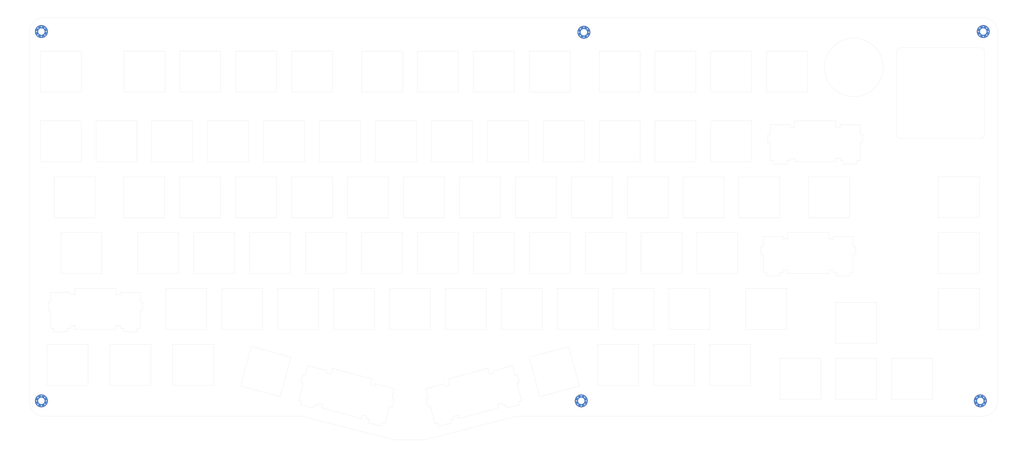
<source format=kicad_pcb>
(kicad_pcb (version 20171130) (host pcbnew "(5.1.10)-1")

  (general
    (thickness 1.6)
    (drawings 513)
    (tracks 0)
    (zones 0)
    (modules 6)
    (nets 2)
  )

  (page A3)
  (layers
    (0 F.Cu signal)
    (31 B.Cu signal)
    (32 B.Adhes user)
    (33 F.Adhes user)
    (34 B.Paste user)
    (35 F.Paste user)
    (36 B.SilkS user hide)
    (37 F.SilkS user)
    (38 B.Mask user)
    (39 F.Mask user)
    (40 Dwgs.User user)
    (41 Cmts.User user)
    (42 Eco1.User user)
    (43 Eco2.User user)
    (44 Edge.Cuts user)
    (45 Margin user)
    (46 B.CrtYd user)
    (47 F.CrtYd user)
    (48 B.Fab user)
    (49 F.Fab user)
  )

  (setup
    (last_trace_width 0.254)
    (user_trace_width 0.254)
    (trace_clearance 0.2)
    (zone_clearance 0.508)
    (zone_45_only no)
    (trace_min 0.2)
    (via_size 0.8)
    (via_drill 0.4)
    (via_min_size 0.4)
    (via_min_drill 0.3)
    (uvia_size 0.3)
    (uvia_drill 0.1)
    (uvias_allowed no)
    (uvia_min_size 0.2)
    (uvia_min_drill 0.1)
    (edge_width 0.05)
    (segment_width 0.2)
    (pcb_text_width 0.3)
    (pcb_text_size 1.5 1.5)
    (mod_edge_width 0.12)
    (mod_text_size 1 1)
    (mod_text_width 0.15)
    (pad_size 4.4 4.4)
    (pad_drill 2.2)
    (pad_to_mask_clearance 0.05)
    (aux_axis_origin 55.89 76.232)
    (grid_origin 55.89 76.232)
    (visible_elements 7FFFFFFF)
    (pcbplotparams
      (layerselection 0x010fc_ffffffff)
      (usegerberextensions false)
      (usegerberattributes true)
      (usegerberadvancedattributes true)
      (creategerberjobfile true)
      (excludeedgelayer true)
      (linewidth 0.100000)
      (plotframeref false)
      (viasonmask false)
      (mode 1)
      (useauxorigin false)
      (hpglpennumber 1)
      (hpglpenspeed 20)
      (hpglpendiameter 15.000000)
      (psnegative false)
      (psa4output false)
      (plotreference true)
      (plotvalue true)
      (plotinvisibletext false)
      (padsonsilk false)
      (subtractmaskfromsilk false)
      (outputformat 1)
      (mirror false)
      (drillshape 0)
      (scaleselection 1)
      (outputdirectory "gerber/"))
  )

  (net 0 "")
  (net 1 GND)

  (net_class Default "This is the default net class."
    (clearance 0.2)
    (trace_width 0.254)
    (via_dia 0.8)
    (via_drill 0.4)
    (uvia_dia 0.3)
    (uvia_drill 0.1)
  )

  (module keyboard:MountingHole_2.2mm_M2_Pad_Via (layer F.Cu) (tedit 613D0AD2) (tstamp 613D0ECB)
    (at 60 81)
    (descr "Mounting Hole 2.2mm, M2")
    (tags "mounting hole 2.2mm m2")
    (path /613EE8B0)
    (attr virtual)
    (fp_text reference MountBaseMiddleTop1 (at 0 -3.2) (layer F.SilkS) hide
      (effects (font (size 1 1) (thickness 0.15)))
    )
    (fp_text value MountingHole (at 0 3.2) (layer F.Fab)
      (effects (font (size 1 1) (thickness 0.15)))
    )
    (fp_circle (center 0 0) (end 2.45 0) (layer F.CrtYd) (width 0.05))
    (fp_circle (center 0 0) (end 2.2 0) (layer Cmts.User) (width 0.15))
    (fp_text user %R (at 0.3 0) (layer F.Fab)
      (effects (font (size 1 1) (thickness 0.15)))
    )
    (pad 1 thru_hole circle (at 1.166726 -1.166726) (size 0.7 0.7) (drill 0.4) (layers *.Cu *.Mask))
    (pad 1 thru_hole circle (at 0 -1.65) (size 0.7 0.7) (drill 0.4) (layers *.Cu *.Mask))
    (pad 1 thru_hole circle (at -1.166726 -1.166726) (size 0.7 0.7) (drill 0.4) (layers *.Cu *.Mask))
    (pad 1 thru_hole circle (at -1.65 0) (size 0.7 0.7) (drill 0.4) (layers *.Cu *.Mask))
    (pad 1 thru_hole circle (at -1.166726 1.166726) (size 0.7 0.7) (drill 0.4) (layers *.Cu *.Mask))
    (pad 1 thru_hole circle (at 0 1.65) (size 0.7 0.7) (drill 0.4) (layers *.Cu *.Mask))
    (pad 1 thru_hole circle (at 1.166726 1.166726) (size 0.7 0.7) (drill 0.4) (layers *.Cu *.Mask))
    (pad 1 thru_hole circle (at 1.65 0) (size 0.7 0.7) (drill 0.4) (layers *.Cu *.Mask))
    (pad 1 thru_hole circle (at 0 0) (size 4.4 4.4) (drill 2.2) (layers *.Cu *.Mask))
  )

  (module keyboard:MountingHole_2.2mm_M2_Pad_Via (layer F.Cu) (tedit 613D0AD2) (tstamp 613D0EDE)
    (at 60 207)
    (descr "Mounting Hole 2.2mm, M2")
    (tags "mounting hole 2.2mm m2")
    (path /613F05DB)
    (attr virtual)
    (fp_text reference MountBaseMiddleTop2 (at 0 -3.2) (layer F.SilkS) hide
      (effects (font (size 1 1) (thickness 0.15)))
    )
    (fp_text value MountingHole (at 0 3.2) (layer F.Fab)
      (effects (font (size 1 1) (thickness 0.15)))
    )
    (fp_circle (center 0 0) (end 2.45 0) (layer F.CrtYd) (width 0.05))
    (fp_circle (center 0 0) (end 2.2 0) (layer Cmts.User) (width 0.15))
    (fp_text user %R (at 0.3 0) (layer F.Fab)
      (effects (font (size 1 1) (thickness 0.15)))
    )
    (pad 1 thru_hole circle (at 1.166726 -1.166726) (size 0.7 0.7) (drill 0.4) (layers *.Cu *.Mask))
    (pad 1 thru_hole circle (at 0 -1.65) (size 0.7 0.7) (drill 0.4) (layers *.Cu *.Mask))
    (pad 1 thru_hole circle (at -1.166726 -1.166726) (size 0.7 0.7) (drill 0.4) (layers *.Cu *.Mask))
    (pad 1 thru_hole circle (at -1.65 0) (size 0.7 0.7) (drill 0.4) (layers *.Cu *.Mask))
    (pad 1 thru_hole circle (at -1.166726 1.166726) (size 0.7 0.7) (drill 0.4) (layers *.Cu *.Mask))
    (pad 1 thru_hole circle (at 0 1.65) (size 0.7 0.7) (drill 0.4) (layers *.Cu *.Mask))
    (pad 1 thru_hole circle (at 1.166726 1.166726) (size 0.7 0.7) (drill 0.4) (layers *.Cu *.Mask))
    (pad 1 thru_hole circle (at 1.65 0) (size 0.7 0.7) (drill 0.4) (layers *.Cu *.Mask))
    (pad 1 thru_hole circle (at 0 0) (size 4.4 4.4) (drill 2.2) (layers *.Cu *.Mask))
  )

  (module keyboard:MountingHole_2.2mm_M2_Pad_Via (layer F.Cu) (tedit 613D0AD2) (tstamp 613D98E4)
    (at 244.89 81.232)
    (descr "Mounting Hole 2.2mm, M2")
    (tags "mounting hole 2.2mm m2")
    (path /6140E5D0)
    (attr virtual)
    (fp_text reference MountBaseMiddleTop3 (at 0 -3.2) (layer F.SilkS) hide
      (effects (font (size 1 1) (thickness 0.15)))
    )
    (fp_text value MountingHole (at 0 3.2) (layer F.Fab)
      (effects (font (size 1 1) (thickness 0.15)))
    )
    (fp_circle (center 0 0) (end 2.45 0) (layer F.CrtYd) (width 0.05))
    (fp_circle (center 0 0) (end 2.2 0) (layer Cmts.User) (width 0.15))
    (fp_text user %R (at 0.3 0) (layer F.Fab)
      (effects (font (size 1 1) (thickness 0.15)))
    )
    (pad 1 thru_hole circle (at 1.166726 -1.166726) (size 0.7 0.7) (drill 0.4) (layers *.Cu *.Mask))
    (pad 1 thru_hole circle (at 0 -1.65) (size 0.7 0.7) (drill 0.4) (layers *.Cu *.Mask))
    (pad 1 thru_hole circle (at -1.166726 -1.166726) (size 0.7 0.7) (drill 0.4) (layers *.Cu *.Mask))
    (pad 1 thru_hole circle (at -1.65 0) (size 0.7 0.7) (drill 0.4) (layers *.Cu *.Mask))
    (pad 1 thru_hole circle (at -1.166726 1.166726) (size 0.7 0.7) (drill 0.4) (layers *.Cu *.Mask))
    (pad 1 thru_hole circle (at 0 1.65) (size 0.7 0.7) (drill 0.4) (layers *.Cu *.Mask))
    (pad 1 thru_hole circle (at 1.166726 1.166726) (size 0.7 0.7) (drill 0.4) (layers *.Cu *.Mask))
    (pad 1 thru_hole circle (at 1.65 0) (size 0.7 0.7) (drill 0.4) (layers *.Cu *.Mask))
    (pad 1 thru_hole circle (at 0 0) (size 4.4 4.4) (drill 2.2) (layers *.Cu *.Mask))
  )

  (module keyboard:MountingHole_2.2mm_M2_Pad_Via (layer F.Cu) (tedit 613D0AD2) (tstamp 613D9911)
    (at 244 207)
    (descr "Mounting Hole 2.2mm, M2")
    (tags "mounting hole 2.2mm m2")
    (path /6142C521)
    (attr virtual)
    (fp_text reference MountBaseMiddleTop4 (at 0 -3.2) (layer F.SilkS) hide
      (effects (font (size 1 1) (thickness 0.15)))
    )
    (fp_text value MountingHole (at 0 3.2) (layer F.Fab)
      (effects (font (size 1 1) (thickness 0.15)))
    )
    (fp_circle (center 0 0) (end 2.45 0) (layer F.CrtYd) (width 0.05))
    (fp_circle (center 0 0) (end 2.2 0) (layer Cmts.User) (width 0.15))
    (fp_text user %R (at 0.3 0) (layer F.Fab)
      (effects (font (size 1 1) (thickness 0.15)))
    )
    (pad 1 thru_hole circle (at 1.166726 -1.166726) (size 0.7 0.7) (drill 0.4) (layers *.Cu *.Mask))
    (pad 1 thru_hole circle (at 0 -1.65) (size 0.7 0.7) (drill 0.4) (layers *.Cu *.Mask))
    (pad 1 thru_hole circle (at -1.166726 -1.166726) (size 0.7 0.7) (drill 0.4) (layers *.Cu *.Mask))
    (pad 1 thru_hole circle (at -1.65 0) (size 0.7 0.7) (drill 0.4) (layers *.Cu *.Mask))
    (pad 1 thru_hole circle (at -1.166726 1.166726) (size 0.7 0.7) (drill 0.4) (layers *.Cu *.Mask))
    (pad 1 thru_hole circle (at 0 1.65) (size 0.7 0.7) (drill 0.4) (layers *.Cu *.Mask))
    (pad 1 thru_hole circle (at 1.166726 1.166726) (size 0.7 0.7) (drill 0.4) (layers *.Cu *.Mask))
    (pad 1 thru_hole circle (at 1.65 0) (size 0.7 0.7) (drill 0.4) (layers *.Cu *.Mask))
    (pad 1 thru_hole circle (at 0 0) (size 4.4 4.4) (drill 2.2) (layers *.Cu *.Mask))
  )

  (module keyboard:MountingHole_2.2mm_M2_Pad_Via (layer F.Cu) (tedit 613D0AD2) (tstamp 6173365F)
    (at 381 81)
    (descr "Mounting Hole 2.2mm, M2")
    (tags "mounting hole 2.2mm m2")
    (path /6144A4AD)
    (attr virtual)
    (fp_text reference MountBaseMiddleTop5 (at 0 -3.2) (layer F.SilkS) hide
      (effects (font (size 1 1) (thickness 0.15)))
    )
    (fp_text value MountingHole (at 0 3.2) (layer F.Fab)
      (effects (font (size 1 1) (thickness 0.15)))
    )
    (fp_circle (center 0 0) (end 2.45 0) (layer F.CrtYd) (width 0.05))
    (fp_circle (center 0 0) (end 2.2 0) (layer Cmts.User) (width 0.15))
    (fp_text user %R (at 0.3 0) (layer F.Fab)
      (effects (font (size 1 1) (thickness 0.15)))
    )
    (pad 1 thru_hole circle (at 1.166726 -1.166726) (size 0.7 0.7) (drill 0.4) (layers *.Cu *.Mask))
    (pad 1 thru_hole circle (at 0 -1.65) (size 0.7 0.7) (drill 0.4) (layers *.Cu *.Mask))
    (pad 1 thru_hole circle (at -1.166726 -1.166726) (size 0.7 0.7) (drill 0.4) (layers *.Cu *.Mask))
    (pad 1 thru_hole circle (at -1.65 0) (size 0.7 0.7) (drill 0.4) (layers *.Cu *.Mask))
    (pad 1 thru_hole circle (at -1.166726 1.166726) (size 0.7 0.7) (drill 0.4) (layers *.Cu *.Mask))
    (pad 1 thru_hole circle (at 0 1.65) (size 0.7 0.7) (drill 0.4) (layers *.Cu *.Mask))
    (pad 1 thru_hole circle (at 1.166726 1.166726) (size 0.7 0.7) (drill 0.4) (layers *.Cu *.Mask))
    (pad 1 thru_hole circle (at 1.65 0) (size 0.7 0.7) (drill 0.4) (layers *.Cu *.Mask))
    (pad 1 thru_hole circle (at 0 0) (size 4.4 4.4) (drill 2.2) (layers *.Cu *.Mask))
  )

  (module keyboard:MountingHole_2.2mm_M2_Pad_Via (layer F.Cu) (tedit 613D0AD2) (tstamp 6159AC6D)
    (at 380 207)
    (descr "Mounting Hole 2.2mm, M2")
    (tags "mounting hole 2.2mm m2")
    (path /61468462)
    (attr virtual)
    (fp_text reference MountBaseMiddleTop6 (at 0 -3.2) (layer F.SilkS) hide
      (effects (font (size 1 1) (thickness 0.15)))
    )
    (fp_text value MountingHole (at 0 3.2) (layer F.Fab)
      (effects (font (size 1 1) (thickness 0.15)))
    )
    (fp_circle (center 0 0) (end 2.45 0) (layer F.CrtYd) (width 0.05))
    (fp_circle (center 0 0) (end 2.2 0) (layer Cmts.User) (width 0.15))
    (fp_text user %R (at 0.3 0) (layer F.Fab)
      (effects (font (size 1 1) (thickness 0.15)))
    )
    (pad 1 thru_hole circle (at 1.166726 -1.166726) (size 0.7 0.7) (drill 0.4) (layers *.Cu *.Mask))
    (pad 1 thru_hole circle (at 0 -1.65) (size 0.7 0.7) (drill 0.4) (layers *.Cu *.Mask))
    (pad 1 thru_hole circle (at -1.166726 -1.166726) (size 0.7 0.7) (drill 0.4) (layers *.Cu *.Mask))
    (pad 1 thru_hole circle (at -1.65 0) (size 0.7 0.7) (drill 0.4) (layers *.Cu *.Mask))
    (pad 1 thru_hole circle (at -1.166726 1.166726) (size 0.7 0.7) (drill 0.4) (layers *.Cu *.Mask))
    (pad 1 thru_hole circle (at 0 1.65) (size 0.7 0.7) (drill 0.4) (layers *.Cu *.Mask))
    (pad 1 thru_hole circle (at 1.166726 1.166726) (size 0.7 0.7) (drill 0.4) (layers *.Cu *.Mask))
    (pad 1 thru_hole circle (at 1.65 0) (size 0.7 0.7) (drill 0.4) (layers *.Cu *.Mask))
    (pad 1 thru_hole circle (at 0 0) (size 4.4 4.4) (drill 2.2) (layers *.Cu *.Mask))
  )

  (gr_line (start 287.765 187.715) (end 301.735 187.715) (layer Edge.Cuts) (width 0.05))
  (gr_line (start 301.735 187.715) (end 301.735 201.685) (layer Edge.Cuts) (width 0.05))
  (gr_line (start 301.735 201.685) (end 287.765 201.685) (layer Edge.Cuts) (width 0.05))
  (gr_line (start 287.765 201.685) (end 287.765 187.715) (layer Edge.Cuts) (width 0.05))
  (gr_line (start 249.585 187.715) (end 263.555 187.715) (layer Edge.Cuts) (width 0.05))
  (gr_line (start 263.555 187.715) (end 263.555 201.685) (layer Edge.Cuts) (width 0.05))
  (gr_line (start 263.555 201.685) (end 249.585 201.685) (layer Edge.Cuts) (width 0.05))
  (gr_line (start 249.585 201.685) (end 249.585 187.715) (layer Edge.Cuts) (width 0.05))
  (gr_line (start 300.065 182.637) (end 300.065 168.667) (layer Edge.Cuts) (width 0.05))
  (gr_line (start 314.035 182.637) (end 300.065 182.637) (layer Edge.Cuts) (width 0.05))
  (gr_line (start 314.035 168.667) (end 314.035 182.637) (layer Edge.Cuts) (width 0.05))
  (gr_line (start 300.065 168.667) (end 314.035 168.667) (layer Edge.Cuts) (width 0.05))
  (gr_line (start 305.221 157.09) (end 305.221 154.296) (layer Edge.Cuts) (width 0.05))
  (gr_line (start 306.0846 157.09) (end 305.221 157.09) (layer Edge.Cuts) (width 0.05))
  (gr_line (start 337.479 157.09) (end 336.6154 157.09) (layer Edge.Cuts) (width 0.05))
  (gr_line (start 312.7394 162.3986) (end 312.7394 163.186) (layer Edge.Cuts) (width 0.05))
  (gr_line (start 312.7394 163.186) (end 311.698 163.186) (layer Edge.Cuts) (width 0.05))
  (gr_line (start 312.7394 150.8924) (end 312.7394 151.7052) (layer Edge.Cuts) (width 0.05))
  (gr_line (start 329.9606 151.7052) (end 329.9606 150.8924) (layer Edge.Cuts) (width 0.05))
  (gr_line (start 328.335 151.7052) (end 329.9606 151.7052) (layer Edge.Cuts) (width 0.05))
  (gr_line (start 329.9606 162.3986) (end 328.335 162.3986) (layer Edge.Cuts) (width 0.05))
  (gr_line (start 328.335 163.567) (end 314.365 163.567) (layer Edge.Cuts) (width 0.05))
  (gr_line (start 305.221 154.296) (end 306.0846 154.296) (layer Edge.Cuts) (width 0.05))
  (gr_line (start 307.126 164.3544) (end 307.126 163.186) (layer Edge.Cuts) (width 0.05))
  (gr_line (start 329.9606 150.8924) (end 336.6154 150.8924) (layer Edge.Cuts) (width 0.05))
  (gr_line (start 335.574 164.3544) (end 331.002 164.3544) (layer Edge.Cuts) (width 0.05))
  (gr_line (start 336.6154 163.186) (end 335.574 163.186) (layer Edge.Cuts) (width 0.05))
  (gr_line (start 307.126 163.186) (end 306.0846 163.186) (layer Edge.Cuts) (width 0.05))
  (gr_line (start 336.6154 154.296) (end 337.479 154.296) (layer Edge.Cuts) (width 0.05))
  (gr_line (start 311.698 164.3544) (end 307.126 164.3544) (layer Edge.Cuts) (width 0.05))
  (gr_line (start 329.9606 163.186) (end 329.9606 162.3986) (layer Edge.Cuts) (width 0.05))
  (gr_line (start 336.6154 150.8924) (end 336.6154 154.296) (layer Edge.Cuts) (width 0.05))
  (gr_line (start 328.335 162.3986) (end 328.335 163.567) (layer Edge.Cuts) (width 0.05))
  (gr_line (start 312.7394 151.7052) (end 314.365 151.7052) (layer Edge.Cuts) (width 0.05))
  (gr_line (start 311.698 163.186) (end 311.698 164.3544) (layer Edge.Cuts) (width 0.05))
  (gr_line (start 331.002 163.186) (end 329.9606 163.186) (layer Edge.Cuts) (width 0.05))
  (gr_line (start 328.335 149.597) (end 328.335 151.7052) (layer Edge.Cuts) (width 0.05))
  (gr_line (start 306.0846 163.186) (end 306.0846 157.09) (layer Edge.Cuts) (width 0.05))
  (gr_line (start 306.0846 150.8924) (end 312.7394 150.8924) (layer Edge.Cuts) (width 0.05))
  (gr_line (start 314.365 151.7052) (end 314.365 149.597) (layer Edge.Cuts) (width 0.05))
  (gr_line (start 314.365 149.597) (end 328.335 149.597) (layer Edge.Cuts) (width 0.05))
  (gr_line (start 306.0846 154.296) (end 306.0846 150.8924) (layer Edge.Cuts) (width 0.05))
  (gr_line (start 336.6154 157.09) (end 336.6154 163.186) (layer Edge.Cuts) (width 0.05))
  (gr_line (start 314.365 163.567) (end 314.365 162.3986) (layer Edge.Cuts) (width 0.05))
  (gr_line (start 335.574 163.186) (end 335.574 164.3544) (layer Edge.Cuts) (width 0.05))
  (gr_line (start 314.365 162.3986) (end 312.7394 162.3986) (layer Edge.Cuts) (width 0.05))
  (gr_line (start 337.479 154.296) (end 337.479 157.09) (layer Edge.Cuts) (width 0.05))
  (gr_line (start 331.002 164.3544) (end 331.002 163.186) (layer Edge.Cuts) (width 0.05))
  (gr_line (start 218.534761 209.45944) (end 218.232357 208.330853) (layer Edge.Cuts) (width 0.05))
  (gr_line (start 222.187757 198.067401) (end 222.910898 200.766198) (layer Edge.Cuts) (width 0.05))
  (gr_line (start 201.958455 211.876255) (end 200.388246 212.296991) (layer Edge.Cuts) (width 0.05))
  (gr_line (start 222.64857 207.147532) (end 222.950974 208.27612) (layer Edge.Cuts) (width 0.05))
  (gr_line (start 202.260859 213.004843) (end 201.958455 211.876255) (layer Edge.Cuts) (width 0.05))
  (gr_line (start 222.076724 200.989714) (end 223.654485 206.877998) (layer Edge.Cuts) (width 0.05))
  (gr_line (start 191.863096 206.19287) (end 190.982179 202.905245) (layer Edge.Cuts) (width 0.05))
  (gr_line (start 198.645157 199.510859) (end 212.139141 195.895157) (layer Edge.Cuts) (width 0.05))
  (gr_line (start 199.190799 201.547224) (end 198.645157 199.510859) (layer Edge.Cuts) (width 0.05))
  (gr_line (start 190.982179 202.905245) (end 197.410222 201.182856) (layer Edge.Cuts) (width 0.05))
  (gr_line (start 194.163997 214.77995) (end 192.586236 208.891667) (layer Edge.Cuts) (width 0.05))
  (gr_line (start 212.139141 195.895157) (end 212.684783 197.931522) (layer Edge.Cuts) (width 0.05))
  (gr_line (start 218.232357 208.330853) (end 217.226442 208.600387) (layer Edge.Cuts) (width 0.05))
  (gr_line (start 199.586125 213.327096) (end 199.888529 214.455683) (layer Edge.Cuts) (width 0.05))
  (gr_line (start 197.62059 201.96796) (end 199.190799 201.547224) (layer Edge.Cuts) (width 0.05))
  (gr_line (start 215.452439 208.260553) (end 215.754843 209.389141) (layer Edge.Cuts) (width 0.05))
  (gr_line (start 220.472667 195.003292) (end 221.353584 198.290917) (layer Edge.Cuts) (width 0.05))
  (gr_line (start 217.226442 208.600387) (end 217.022648 207.839817) (layer Edge.Cuts) (width 0.05))
  (gr_line (start 199.888529 214.455683) (end 195.472316 215.639004) (layer Edge.Cuts) (width 0.05))
  (gr_line (start 221.353584 198.290917) (end 222.187757 198.067401) (layer Edge.Cuts) (width 0.05))
  (gr_line (start 195.169912 214.510416) (end 194.163997 214.77995) (layer Edge.Cuts) (width 0.05))
  (gr_line (start 223.654485 206.877998) (end 222.64857 207.147532) (layer Edge.Cuts) (width 0.05))
  (gr_line (start 222.950974 208.27612) (end 218.534761 209.45944) (layer Edge.Cuts) (width 0.05))
  (gr_line (start 214.044624 196.725681) (end 220.472667 195.003292) (layer Edge.Cuts) (width 0.05))
  (gr_line (start 195.472316 215.639004) (end 195.169912 214.510416) (layer Edge.Cuts) (width 0.05))
  (gr_line (start 191.028922 206.416386) (end 191.863096 206.19287) (layer Edge.Cuts) (width 0.05))
  (gr_line (start 215.754843 209.389141) (end 202.260859 213.004843) (layer Edge.Cuts) (width 0.05))
  (gr_line (start 217.022648 207.839817) (end 215.452439 208.260553) (layer Edge.Cuts) (width 0.05))
  (gr_line (start 212.684783 197.931522) (end 214.254992 197.510786) (layer Edge.Cuts) (width 0.05))
  (gr_line (start 214.254992 197.510786) (end 214.044624 196.725681) (layer Edge.Cuts) (width 0.05))
  (gr_line (start 197.410222 201.182856) (end 197.62059 201.96796) (layer Edge.Cuts) (width 0.05))
  (gr_line (start 200.59204 213.057561) (end 199.586125 213.327096) (layer Edge.Cuts) (width 0.05))
  (gr_line (start 200.388246 212.296991) (end 200.59204 213.057561) (layer Edge.Cuts) (width 0.05))
  (gr_line (start 222.910898 200.766198) (end 222.076724 200.989714) (layer Edge.Cuts) (width 0.05))
  (gr_line (start 192.586236 208.891667) (end 191.752062 209.115183) (layer Edge.Cuts) (width 0.05))
  (gr_line (start 191.752062 209.115183) (end 191.028922 206.416386) (layer Edge.Cuts) (width 0.05))
  (gr_line (start 171.411471 214.455683) (end 171.713875 213.327096) (layer Edge.Cuts) (width 0.05))
  (gr_line (start 180.271078 206.416386) (end 179.547938 209.115183) (layer Edge.Cuts) (width 0.05))
  (gr_line (start 155.847561 208.260553) (end 154.277352 207.839817) (layer Edge.Cuts) (width 0.05))
  (gr_line (start 176.130088 214.510416) (end 175.827684 215.639004) (layer Edge.Cuts) (width 0.05))
  (gr_line (start 155.545157 209.389141) (end 155.847561 208.260553) (layer Edge.Cuts) (width 0.05))
  (gr_line (start 178.713764 208.891667) (end 177.136003 214.77995) (layer Edge.Cuts) (width 0.05))
  (gr_line (start 149.946416 198.290917) (end 150.827333 195.003292) (layer Edge.Cuts) (width 0.05))
  (gr_line (start 159.160859 195.895157) (end 172.654843 199.510859) (layer Edge.Cuts) (width 0.05))
  (gr_line (start 158.615217 197.931522) (end 159.160859 195.895157) (layer Edge.Cuts) (width 0.05))
  (gr_line (start 150.827333 195.003292) (end 157.255376 196.725681) (layer Edge.Cuts) (width 0.05))
  (gr_line (start 147.645515 206.877998) (end 149.223276 200.989714) (layer Edge.Cuts) (width 0.05))
  (gr_line (start 172.654843 199.510859) (end 172.109201 201.547224) (layer Edge.Cuts) (width 0.05))
  (gr_line (start 171.713875 213.327096) (end 170.70796 213.057561) (layer Edge.Cuts) (width 0.05))
  (gr_line (start 153.067643 208.330853) (end 152.765239 209.45944) (layer Edge.Cuts) (width 0.05))
  (gr_line (start 157.045008 197.510786) (end 158.615217 197.931522) (layer Edge.Cuts) (width 0.05))
  (gr_line (start 169.341545 211.876255) (end 169.039141 213.004843) (layer Edge.Cuts) (width 0.05))
  (gr_line (start 180.317821 202.905245) (end 179.436904 206.19287) (layer Edge.Cuts) (width 0.05))
  (gr_line (start 170.70796 213.057561) (end 170.911754 212.296991) (layer Edge.Cuts) (width 0.05))
  (gr_line (start 152.765239 209.45944) (end 148.349026 208.27612) (layer Edge.Cuts) (width 0.05))
  (gr_line (start 179.436904 206.19287) (end 180.271078 206.416386) (layer Edge.Cuts) (width 0.05))
  (gr_line (start 148.65143 207.147532) (end 147.645515 206.877998) (layer Edge.Cuts) (width 0.05))
  (gr_line (start 177.136003 214.77995) (end 176.130088 214.510416) (layer Edge.Cuts) (width 0.05))
  (gr_line (start 175.827684 215.639004) (end 171.411471 214.455683) (layer Edge.Cuts) (width 0.05))
  (gr_line (start 173.889778 201.182856) (end 180.317821 202.905245) (layer Edge.Cuts) (width 0.05))
  (gr_line (start 148.349026 208.27612) (end 148.65143 207.147532) (layer Edge.Cuts) (width 0.05))
  (gr_line (start 149.112243 198.067401) (end 149.946416 198.290917) (layer Edge.Cuts) (width 0.05))
  (gr_line (start 169.039141 213.004843) (end 155.545157 209.389141) (layer Edge.Cuts) (width 0.05))
  (gr_line (start 170.911754 212.296991) (end 169.341545 211.876255) (layer Edge.Cuts) (width 0.05))
  (gr_line (start 172.109201 201.547224) (end 173.67941 201.96796) (layer Edge.Cuts) (width 0.05))
  (gr_line (start 173.67941 201.96796) (end 173.889778 201.182856) (layer Edge.Cuts) (width 0.05))
  (gr_line (start 157.255376 196.725681) (end 157.045008 197.510786) (layer Edge.Cuts) (width 0.05))
  (gr_line (start 154.073558 208.600387) (end 153.067643 208.330853) (layer Edge.Cuts) (width 0.05))
  (gr_line (start 154.277352 207.839817) (end 154.073558 208.600387) (layer Edge.Cuts) (width 0.05))
  (gr_line (start 179.547938 209.115183) (end 178.713764 208.891667) (layer Edge.Cuts) (width 0.05))
  (gr_line (start 149.223276 200.989714) (end 148.389102 200.766198) (layer Edge.Cuts) (width 0.05))
  (gr_line (start 148.389102 200.766198) (end 149.112243 198.067401) (layer Edge.Cuts) (width 0.05))
  (gr_line (start 333.402 126.2224) (end 333.402 125.054) (layer Edge.Cuts) (width 0.05))
  (gr_line (start 339.879 116.164) (end 339.879 118.958) (layer Edge.Cuts) (width 0.05))
  (gr_line (start 316.765 124.2666) (end 315.1394 124.2666) (layer Edge.Cuts) (width 0.05))
  (gr_line (start 337.974 125.054) (end 337.974 126.2224) (layer Edge.Cuts) (width 0.05))
  (gr_line (start 316.765 125.435) (end 316.765 124.2666) (layer Edge.Cuts) (width 0.05))
  (gr_line (start 339.0154 118.958) (end 339.0154 125.054) (layer Edge.Cuts) (width 0.05))
  (gr_line (start 308.4846 116.164) (end 308.4846 112.7604) (layer Edge.Cuts) (width 0.05))
  (gr_line (start 316.765 111.465) (end 330.735 111.465) (layer Edge.Cuts) (width 0.05))
  (gr_line (start 316.765 113.5732) (end 316.765 111.465) (layer Edge.Cuts) (width 0.05))
  (gr_line (start 308.4846 112.7604) (end 315.1394 112.7604) (layer Edge.Cuts) (width 0.05))
  (gr_line (start 308.4846 125.054) (end 308.4846 118.958) (layer Edge.Cuts) (width 0.05))
  (gr_line (start 330.735 111.465) (end 330.735 113.5732) (layer Edge.Cuts) (width 0.05))
  (gr_line (start 333.402 125.054) (end 332.3606 125.054) (layer Edge.Cuts) (width 0.05))
  (gr_line (start 314.098 125.054) (end 314.098 126.2224) (layer Edge.Cuts) (width 0.05))
  (gr_line (start 315.1394 113.5732) (end 316.765 113.5732) (layer Edge.Cuts) (width 0.05))
  (gr_line (start 330.735 124.2666) (end 330.735 125.435) (layer Edge.Cuts) (width 0.05))
  (gr_line (start 339.0154 112.7604) (end 339.0154 116.164) (layer Edge.Cuts) (width 0.05))
  (gr_line (start 332.3606 125.054) (end 332.3606 124.2666) (layer Edge.Cuts) (width 0.05))
  (gr_line (start 314.098 126.2224) (end 309.526 126.2224) (layer Edge.Cuts) (width 0.05))
  (gr_line (start 339.0154 116.164) (end 339.879 116.164) (layer Edge.Cuts) (width 0.05))
  (gr_line (start 309.526 125.054) (end 308.4846 125.054) (layer Edge.Cuts) (width 0.05))
  (gr_line (start 339.0154 125.054) (end 337.974 125.054) (layer Edge.Cuts) (width 0.05))
  (gr_line (start 337.974 126.2224) (end 333.402 126.2224) (layer Edge.Cuts) (width 0.05))
  (gr_line (start 332.3606 112.7604) (end 339.0154 112.7604) (layer Edge.Cuts) (width 0.05))
  (gr_line (start 309.526 126.2224) (end 309.526 125.054) (layer Edge.Cuts) (width 0.05))
  (gr_line (start 307.621 116.164) (end 308.4846 116.164) (layer Edge.Cuts) (width 0.05))
  (gr_line (start 330.735 125.435) (end 316.765 125.435) (layer Edge.Cuts) (width 0.05))
  (gr_line (start 332.3606 124.2666) (end 330.735 124.2666) (layer Edge.Cuts) (width 0.05))
  (gr_line (start 330.735 113.5732) (end 332.3606 113.5732) (layer Edge.Cuts) (width 0.05))
  (gr_line (start 332.3606 113.5732) (end 332.3606 112.7604) (layer Edge.Cuts) (width 0.05))
  (gr_line (start 315.1394 112.7604) (end 315.1394 113.5732) (layer Edge.Cuts) (width 0.05))
  (gr_line (start 315.1394 125.054) (end 314.098 125.054) (layer Edge.Cuts) (width 0.05))
  (gr_line (start 315.1394 124.2666) (end 315.1394 125.054) (layer Edge.Cuts) (width 0.05))
  (gr_line (start 339.879 118.958) (end 339.0154 118.958) (layer Edge.Cuts) (width 0.05))
  (gr_line (start 308.4846 118.958) (end 307.621 118.958) (layer Edge.Cuts) (width 0.05))
  (gr_line (start 307.621 118.958) (end 307.621 116.164) (layer Edge.Cuts) (width 0.05))
  (gr_line (start 62.291 176.158) (end 62.291 173.364) (layer Edge.Cuts) (width 0.05))
  (gr_line (start 63.1546 176.158) (end 62.291 176.158) (layer Edge.Cuts) (width 0.05))
  (gr_line (start 94.549 176.158) (end 93.6854 176.158) (layer Edge.Cuts) (width 0.05))
  (gr_line (start 69.8094 181.4666) (end 69.8094 182.254) (layer Edge.Cuts) (width 0.05))
  (gr_line (start 69.8094 182.254) (end 68.768 182.254) (layer Edge.Cuts) (width 0.05))
  (gr_line (start 69.8094 169.9604) (end 69.8094 170.7732) (layer Edge.Cuts) (width 0.05))
  (gr_line (start 87.0306 170.7732) (end 87.0306 169.9604) (layer Edge.Cuts) (width 0.05))
  (gr_line (start 85.405 170.7732) (end 87.0306 170.7732) (layer Edge.Cuts) (width 0.05))
  (gr_line (start 87.0306 181.4666) (end 85.405 181.4666) (layer Edge.Cuts) (width 0.05))
  (gr_line (start 85.405 182.635) (end 71.435 182.635) (layer Edge.Cuts) (width 0.05))
  (gr_line (start 62.291 173.364) (end 63.1546 173.364) (layer Edge.Cuts) (width 0.05))
  (gr_line (start 64.196 183.4224) (end 64.196 182.254) (layer Edge.Cuts) (width 0.05))
  (gr_line (start 87.0306 169.9604) (end 93.6854 169.9604) (layer Edge.Cuts) (width 0.05))
  (gr_line (start 92.644 183.4224) (end 88.072 183.4224) (layer Edge.Cuts) (width 0.05))
  (gr_line (start 93.6854 182.254) (end 92.644 182.254) (layer Edge.Cuts) (width 0.05))
  (gr_line (start 64.196 182.254) (end 63.1546 182.254) (layer Edge.Cuts) (width 0.05))
  (gr_line (start 93.6854 173.364) (end 94.549 173.364) (layer Edge.Cuts) (width 0.05))
  (gr_line (start 68.768 183.4224) (end 64.196 183.4224) (layer Edge.Cuts) (width 0.05))
  (gr_line (start 87.0306 182.254) (end 87.0306 181.4666) (layer Edge.Cuts) (width 0.05))
  (gr_line (start 93.6854 169.9604) (end 93.6854 173.364) (layer Edge.Cuts) (width 0.05))
  (gr_line (start 85.405 181.4666) (end 85.405 182.635) (layer Edge.Cuts) (width 0.05))
  (gr_line (start 69.8094 170.7732) (end 71.435 170.7732) (layer Edge.Cuts) (width 0.05))
  (gr_line (start 68.768 182.254) (end 68.768 183.4224) (layer Edge.Cuts) (width 0.05))
  (gr_line (start 88.072 182.254) (end 87.0306 182.254) (layer Edge.Cuts) (width 0.05))
  (gr_line (start 85.405 168.665) (end 85.405 170.7732) (layer Edge.Cuts) (width 0.05))
  (gr_line (start 63.1546 182.254) (end 63.1546 176.158) (layer Edge.Cuts) (width 0.05))
  (gr_line (start 63.1546 169.9604) (end 69.8094 169.9604) (layer Edge.Cuts) (width 0.05))
  (gr_line (start 71.435 170.7732) (end 71.435 168.665) (layer Edge.Cuts) (width 0.05))
  (gr_line (start 71.435 168.665) (end 85.405 168.665) (layer Edge.Cuts) (width 0.05))
  (gr_line (start 63.1546 173.364) (end 63.1546 169.9604) (layer Edge.Cuts) (width 0.05))
  (gr_line (start 93.6854 176.158) (end 93.6854 182.254) (layer Edge.Cuts) (width 0.05))
  (gr_line (start 71.435 182.635) (end 71.435 181.4666) (layer Edge.Cuts) (width 0.05))
  (gr_line (start 92.644 182.254) (end 92.644 183.4224) (layer Edge.Cuts) (width 0.05))
  (gr_line (start 71.435 181.4666) (end 69.8094 181.4666) (layer Edge.Cuts) (width 0.05))
  (gr_line (start 94.549 173.364) (end 94.549 176.158) (layer Edge.Cuts) (width 0.05))
  (gr_line (start 88.072 183.4224) (end 88.072 182.254) (layer Edge.Cuts) (width 0.05))
  (gr_line (start 297.715 130.565) (end 311.685 130.565) (layer Edge.Cuts) (width 0.05))
  (gr_line (start 311.685 130.565) (end 311.685 144.535) (layer Edge.Cuts) (width 0.05))
  (gr_line (start 311.685 144.535) (end 297.715 144.535) (layer Edge.Cuts) (width 0.05))
  (gr_line (start 297.715 144.535) (end 297.715 130.565) (layer Edge.Cuts) (width 0.05))
  (gr_line (start 349.825 192.465) (end 363.795 192.465) (layer Edge.Cuts) (width 0.05))
  (gr_line (start 363.795 192.465) (end 363.795 206.435) (layer Edge.Cuts) (width 0.05))
  (gr_line (start 363.795 206.435) (end 349.825 206.435) (layer Edge.Cuts) (width 0.05))
  (gr_line (start 349.825 206.435) (end 349.825 192.465) (layer Edge.Cuts) (width 0.05))
  (gr_line (start 330.775 192.465) (end 344.745 192.465) (layer Edge.Cuts) (width 0.05))
  (gr_line (start 344.745 192.465) (end 344.745 206.435) (layer Edge.Cuts) (width 0.05))
  (gr_line (start 344.745 206.435) (end 330.775 206.435) (layer Edge.Cuts) (width 0.05))
  (gr_line (start 330.775 206.435) (end 330.775 192.465) (layer Edge.Cuts) (width 0.05))
  (gr_line (start 311.725 192.465) (end 325.695 192.465) (layer Edge.Cuts) (width 0.05))
  (gr_line (start 325.695 192.465) (end 325.695 206.435) (layer Edge.Cuts) (width 0.05))
  (gr_line (start 325.695 206.435) (end 311.725 206.435) (layer Edge.Cuts) (width 0.05))
  (gr_line (start 311.725 206.435) (end 311.725 192.465) (layer Edge.Cuts) (width 0.05))
  (gr_line (start 268.675 187.715) (end 282.645 187.715) (layer Edge.Cuts) (width 0.05))
  (gr_line (start 282.645 187.715) (end 282.645 201.685) (layer Edge.Cuts) (width 0.05))
  (gr_line (start 282.645 201.685) (end 268.675 201.685) (layer Edge.Cuts) (width 0.05))
  (gr_line (start 268.675 201.685) (end 268.675 187.715) (layer Edge.Cuts) (width 0.05))
  (gr_line (start 226.245157 192.110859) (end 239.739141 188.495157) (layer Edge.Cuts) (width 0.05))
  (gr_line (start 239.739141 188.495157) (end 243.354843 201.989141) (layer Edge.Cuts) (width 0.05))
  (gr_line (start 243.354843 201.989141) (end 229.860859 205.604843) (layer Edge.Cuts) (width 0.05))
  (gr_line (start 229.860859 205.604843) (end 226.245157 192.110859) (layer Edge.Cuts) (width 0.05))
  (gr_line (start 131.510859 188.445157) (end 145.004843 192.060859) (layer Edge.Cuts) (width 0.05))
  (gr_line (start 145.004843 192.060859) (end 141.389141 205.554843) (layer Edge.Cuts) (width 0.05))
  (gr_line (start 141.389141 205.554843) (end 127.895157 201.939141) (layer Edge.Cuts) (width 0.05))
  (gr_line (start 127.895157 201.939141) (end 131.510859 188.445157) (layer Edge.Cuts) (width 0.05))
  (gr_line (start 83.365 187.715) (end 97.335 187.715) (layer Edge.Cuts) (width 0.05))
  (gr_line (start 97.335 187.715) (end 97.335 201.685) (layer Edge.Cuts) (width 0.05))
  (gr_line (start 97.335 201.685) (end 83.365 201.685) (layer Edge.Cuts) (width 0.05))
  (gr_line (start 83.365 201.685) (end 83.365 187.715) (layer Edge.Cuts) (width 0.05))
  (gr_line (start 330.775 173.415) (end 344.745 173.415) (layer Edge.Cuts) (width 0.05))
  (gr_line (start 344.745 173.415) (end 344.745 187.385) (layer Edge.Cuts) (width 0.05))
  (gr_line (start 344.745 187.385) (end 330.775 187.385) (layer Edge.Cuts) (width 0.05))
  (gr_line (start 330.775 187.385) (end 330.775 173.415) (layer Edge.Cuts) (width 0.05))
  (gr_line (start 273.875 168.657) (end 287.845 168.657) (layer Edge.Cuts) (width 0.05))
  (gr_line (start 287.845 168.657) (end 287.845 182.627) (layer Edge.Cuts) (width 0.05))
  (gr_line (start 287.845 182.627) (end 273.875 182.627) (layer Edge.Cuts) (width 0.05))
  (gr_line (start 273.875 182.627) (end 273.875 168.657) (layer Edge.Cuts) (width 0.05))
  (gr_line (start 254.815 168.665) (end 268.785 168.665) (layer Edge.Cuts) (width 0.05))
  (gr_line (start 268.785 168.665) (end 268.785 182.635) (layer Edge.Cuts) (width 0.05))
  (gr_line (start 268.785 182.635) (end 254.815 182.635) (layer Edge.Cuts) (width 0.05))
  (gr_line (start 254.815 182.635) (end 254.815 168.665) (layer Edge.Cuts) (width 0.05))
  (gr_line (start 235.765 168.665) (end 249.735 168.665) (layer Edge.Cuts) (width 0.05))
  (gr_line (start 249.735 168.665) (end 249.735 182.635) (layer Edge.Cuts) (width 0.05))
  (gr_line (start 249.735 182.635) (end 235.765 182.635) (layer Edge.Cuts) (width 0.05))
  (gr_line (start 235.765 182.635) (end 235.765 168.665) (layer Edge.Cuts) (width 0.05))
  (gr_line (start 216.715 168.665) (end 230.685 168.665) (layer Edge.Cuts) (width 0.05))
  (gr_line (start 230.685 168.665) (end 230.685 182.635) (layer Edge.Cuts) (width 0.05))
  (gr_line (start 230.685 182.635) (end 216.715 182.635) (layer Edge.Cuts) (width 0.05))
  (gr_line (start 216.715 182.635) (end 216.715 168.665) (layer Edge.Cuts) (width 0.05))
  (gr_line (start 197.665 168.665) (end 211.635 168.665) (layer Edge.Cuts) (width 0.05))
  (gr_line (start 211.635 168.665) (end 211.635 182.635) (layer Edge.Cuts) (width 0.05))
  (gr_line (start 211.635 182.635) (end 197.665 182.635) (layer Edge.Cuts) (width 0.05))
  (gr_line (start 197.665 182.635) (end 197.665 168.665) (layer Edge.Cuts) (width 0.05))
  (gr_line (start 178.615 168.665) (end 192.585 168.665) (layer Edge.Cuts) (width 0.05))
  (gr_line (start 192.585 168.665) (end 192.585 182.635) (layer Edge.Cuts) (width 0.05))
  (gr_line (start 192.585 182.635) (end 178.615 182.635) (layer Edge.Cuts) (width 0.05))
  (gr_line (start 178.615 182.635) (end 178.615 168.665) (layer Edge.Cuts) (width 0.05))
  (gr_line (start 159.565 168.665) (end 173.535 168.665) (layer Edge.Cuts) (width 0.05))
  (gr_line (start 173.535 168.665) (end 173.535 182.635) (layer Edge.Cuts) (width 0.05))
  (gr_line (start 173.535 182.635) (end 159.565 182.635) (layer Edge.Cuts) (width 0.05))
  (gr_line (start 159.565 182.635) (end 159.565 168.665) (layer Edge.Cuts) (width 0.05))
  (gr_line (start 140.515 168.665) (end 154.485 168.665) (layer Edge.Cuts) (width 0.05))
  (gr_line (start 154.485 168.665) (end 154.485 182.635) (layer Edge.Cuts) (width 0.05))
  (gr_line (start 154.485 182.635) (end 140.515 182.635) (layer Edge.Cuts) (width 0.05))
  (gr_line (start 140.515 182.635) (end 140.515 168.665) (layer Edge.Cuts) (width 0.05))
  (gr_line (start 121.465 168.665) (end 135.435 168.665) (layer Edge.Cuts) (width 0.05))
  (gr_line (start 135.435 168.665) (end 135.435 182.635) (layer Edge.Cuts) (width 0.05))
  (gr_line (start 135.435 182.635) (end 121.465 182.635) (layer Edge.Cuts) (width 0.05))
  (gr_line (start 121.465 182.635) (end 121.465 168.665) (layer Edge.Cuts) (width 0.05))
  (gr_line (start 102.415 168.665) (end 116.385 168.665) (layer Edge.Cuts) (width 0.05))
  (gr_line (start 116.385 168.665) (end 116.385 182.635) (layer Edge.Cuts) (width 0.05))
  (gr_line (start 116.385 182.635) (end 102.415 182.635) (layer Edge.Cuts) (width 0.05))
  (gr_line (start 102.415 182.635) (end 102.415 168.665) (layer Edge.Cuts) (width 0.05))
  (gr_line (start 283.415 149.565) (end 297.385 149.565) (layer Edge.Cuts) (width 0.05))
  (gr_line (start 297.385 149.565) (end 297.385 163.535) (layer Edge.Cuts) (width 0.05))
  (gr_line (start 297.385 163.535) (end 283.415 163.535) (layer Edge.Cuts) (width 0.05))
  (gr_line (start 283.415 163.535) (end 283.415 149.565) (layer Edge.Cuts) (width 0.05))
  (gr_line (start 264.365 149.565) (end 278.335 149.565) (layer Edge.Cuts) (width 0.05))
  (gr_line (start 278.335 149.565) (end 278.335 163.535) (layer Edge.Cuts) (width 0.05))
  (gr_line (start 278.335 163.535) (end 264.365 163.535) (layer Edge.Cuts) (width 0.05))
  (gr_line (start 264.365 163.535) (end 264.365 149.565) (layer Edge.Cuts) (width 0.05))
  (gr_line (start 245.315 149.565) (end 259.285 149.565) (layer Edge.Cuts) (width 0.05))
  (gr_line (start 259.285 149.565) (end 259.285 163.535) (layer Edge.Cuts) (width 0.05))
  (gr_line (start 259.285 163.535) (end 245.315 163.535) (layer Edge.Cuts) (width 0.05))
  (gr_line (start 245.315 163.535) (end 245.315 149.565) (layer Edge.Cuts) (width 0.05))
  (gr_line (start 226.265 149.565) (end 240.235 149.565) (layer Edge.Cuts) (width 0.05))
  (gr_line (start 240.235 149.565) (end 240.235 163.535) (layer Edge.Cuts) (width 0.05))
  (gr_line (start 240.235 163.535) (end 226.265 163.535) (layer Edge.Cuts) (width 0.05))
  (gr_line (start 226.265 163.535) (end 226.265 149.565) (layer Edge.Cuts) (width 0.05))
  (gr_line (start 207.215 149.565) (end 221.185 149.565) (layer Edge.Cuts) (width 0.05))
  (gr_line (start 221.185 149.565) (end 221.185 163.535) (layer Edge.Cuts) (width 0.05))
  (gr_line (start 221.185 163.535) (end 207.215 163.535) (layer Edge.Cuts) (width 0.05))
  (gr_line (start 207.215 163.535) (end 207.215 149.565) (layer Edge.Cuts) (width 0.05))
  (gr_line (start 188.115 149.565) (end 202.085 149.565) (layer Edge.Cuts) (width 0.05))
  (gr_line (start 202.085 149.565) (end 202.085 163.535) (layer Edge.Cuts) (width 0.05))
  (gr_line (start 202.085 163.535) (end 188.115 163.535) (layer Edge.Cuts) (width 0.05))
  (gr_line (start 188.115 163.535) (end 188.115 149.565) (layer Edge.Cuts) (width 0.05))
  (gr_line (start 169.065 149.565) (end 183.035 149.565) (layer Edge.Cuts) (width 0.05))
  (gr_line (start 183.035 149.565) (end 183.035 163.535) (layer Edge.Cuts) (width 0.05))
  (gr_line (start 183.035 163.535) (end 169.065 163.535) (layer Edge.Cuts) (width 0.05))
  (gr_line (start 169.065 163.535) (end 169.065 149.565) (layer Edge.Cuts) (width 0.05))
  (gr_line (start 150.015 149.565) (end 163.985 149.565) (layer Edge.Cuts) (width 0.05))
  (gr_line (start 163.985 149.565) (end 163.985 163.535) (layer Edge.Cuts) (width 0.05))
  (gr_line (start 163.985 163.535) (end 150.015 163.535) (layer Edge.Cuts) (width 0.05))
  (gr_line (start 150.015 163.535) (end 150.015 149.565) (layer Edge.Cuts) (width 0.05))
  (gr_line (start 130.915 149.565) (end 144.885 149.565) (layer Edge.Cuts) (width 0.05))
  (gr_line (start 144.885 149.565) (end 144.885 163.535) (layer Edge.Cuts) (width 0.05))
  (gr_line (start 144.885 163.535) (end 130.915 163.535) (layer Edge.Cuts) (width 0.05))
  (gr_line (start 130.915 163.535) (end 130.915 149.565) (layer Edge.Cuts) (width 0.05))
  (gr_line (start 111.915 149.565) (end 125.885 149.565) (layer Edge.Cuts) (width 0.05))
  (gr_line (start 125.885 149.565) (end 125.885 163.535) (layer Edge.Cuts) (width 0.05))
  (gr_line (start 125.885 163.535) (end 111.915 163.535) (layer Edge.Cuts) (width 0.05))
  (gr_line (start 111.915 163.535) (end 111.915 149.565) (layer Edge.Cuts) (width 0.05))
  (gr_line (start 92.865 149.565) (end 106.835 149.565) (layer Edge.Cuts) (width 0.05))
  (gr_line (start 106.835 149.565) (end 106.835 163.535) (layer Edge.Cuts) (width 0.05))
  (gr_line (start 106.835 163.535) (end 92.865 163.535) (layer Edge.Cuts) (width 0.05))
  (gr_line (start 92.865 163.535) (end 92.865 149.565) (layer Edge.Cuts) (width 0.05))
  (gr_line (start 278.665 130.565) (end 292.635 130.565) (layer Edge.Cuts) (width 0.05))
  (gr_line (start 292.635 130.565) (end 292.635 144.535) (layer Edge.Cuts) (width 0.05))
  (gr_line (start 292.635 144.535) (end 278.665 144.535) (layer Edge.Cuts) (width 0.05))
  (gr_line (start 278.665 144.535) (end 278.665 130.565) (layer Edge.Cuts) (width 0.05))
  (gr_line (start 259.615 130.565) (end 273.585 130.565) (layer Edge.Cuts) (width 0.05))
  (gr_line (start 273.585 130.565) (end 273.585 144.535) (layer Edge.Cuts) (width 0.05))
  (gr_line (start 273.585 144.535) (end 259.615 144.535) (layer Edge.Cuts) (width 0.05))
  (gr_line (start 259.615 144.535) (end 259.615 130.565) (layer Edge.Cuts) (width 0.05))
  (gr_line (start 240.565 130.565) (end 254.535 130.565) (layer Edge.Cuts) (width 0.05))
  (gr_line (start 254.535 130.565) (end 254.535 144.535) (layer Edge.Cuts) (width 0.05))
  (gr_line (start 254.535 144.535) (end 240.565 144.535) (layer Edge.Cuts) (width 0.05))
  (gr_line (start 240.565 144.535) (end 240.565 130.565) (layer Edge.Cuts) (width 0.05))
  (gr_line (start 221.465 130.565) (end 235.435 130.565) (layer Edge.Cuts) (width 0.05))
  (gr_line (start 235.435 130.565) (end 235.435 144.535) (layer Edge.Cuts) (width 0.05))
  (gr_line (start 235.435 144.535) (end 221.465 144.535) (layer Edge.Cuts) (width 0.05))
  (gr_line (start 221.465 144.535) (end 221.465 130.565) (layer Edge.Cuts) (width 0.05))
  (gr_line (start 202.415 130.565) (end 216.385 130.565) (layer Edge.Cuts) (width 0.05))
  (gr_line (start 216.385 130.565) (end 216.385 144.535) (layer Edge.Cuts) (width 0.05))
  (gr_line (start 216.385 144.535) (end 202.415 144.535) (layer Edge.Cuts) (width 0.05))
  (gr_line (start 202.415 144.535) (end 202.415 130.565) (layer Edge.Cuts) (width 0.05))
  (gr_line (start 183.365 130.565) (end 197.335 130.565) (layer Edge.Cuts) (width 0.05))
  (gr_line (start 197.335 130.565) (end 197.335 144.535) (layer Edge.Cuts) (width 0.05))
  (gr_line (start 197.335 144.535) (end 183.365 144.535) (layer Edge.Cuts) (width 0.05))
  (gr_line (start 183.365 144.535) (end 183.365 130.565) (layer Edge.Cuts) (width 0.05))
  (gr_line (start 164.315 130.565) (end 178.285 130.565) (layer Edge.Cuts) (width 0.05))
  (gr_line (start 178.285 130.565) (end 178.285 144.535) (layer Edge.Cuts) (width 0.05))
  (gr_line (start 178.285 144.535) (end 164.315 144.535) (layer Edge.Cuts) (width 0.05))
  (gr_line (start 164.315 144.535) (end 164.315 130.565) (layer Edge.Cuts) (width 0.05))
  (gr_line (start 145.265 130.565) (end 159.235 130.565) (layer Edge.Cuts) (width 0.05))
  (gr_line (start 159.235 130.565) (end 159.235 144.535) (layer Edge.Cuts) (width 0.05))
  (gr_line (start 159.235 144.535) (end 145.265 144.535) (layer Edge.Cuts) (width 0.05))
  (gr_line (start 145.265 144.535) (end 145.265 130.565) (layer Edge.Cuts) (width 0.05))
  (gr_line (start 126.215 130.565) (end 140.185 130.565) (layer Edge.Cuts) (width 0.05))
  (gr_line (start 140.185 130.565) (end 140.185 144.535) (layer Edge.Cuts) (width 0.05))
  (gr_line (start 140.185 144.535) (end 126.215 144.535) (layer Edge.Cuts) (width 0.05))
  (gr_line (start 126.215 144.535) (end 126.215 130.565) (layer Edge.Cuts) (width 0.05))
  (gr_line (start 107.165 130.565) (end 121.135 130.565) (layer Edge.Cuts) (width 0.05))
  (gr_line (start 121.135 130.565) (end 121.135 144.535) (layer Edge.Cuts) (width 0.05))
  (gr_line (start 121.135 144.535) (end 107.165 144.535) (layer Edge.Cuts) (width 0.05))
  (gr_line (start 107.165 144.535) (end 107.165 130.565) (layer Edge.Cuts) (width 0.05))
  (gr_line (start 88.115 130.565) (end 102.085 130.565) (layer Edge.Cuts) (width 0.05))
  (gr_line (start 102.085 130.565) (end 102.085 144.535) (layer Edge.Cuts) (width 0.05))
  (gr_line (start 102.085 144.535) (end 88.115 144.535) (layer Edge.Cuts) (width 0.05))
  (gr_line (start 88.115 144.535) (end 88.115 130.565) (layer Edge.Cuts) (width 0.05))
  (gr_line (start 288.165 111.465) (end 302.135 111.465) (layer Edge.Cuts) (width 0.05))
  (gr_line (start 302.135 111.465) (end 302.135 125.435) (layer Edge.Cuts) (width 0.05))
  (gr_line (start 302.135 125.435) (end 288.165 125.435) (layer Edge.Cuts) (width 0.05))
  (gr_line (start 288.165 125.435) (end 288.165 111.465) (layer Edge.Cuts) (width 0.05))
  (gr_line (start 269.115 111.465) (end 283.085 111.465) (layer Edge.Cuts) (width 0.05))
  (gr_line (start 283.085 111.465) (end 283.085 125.435) (layer Edge.Cuts) (width 0.05))
  (gr_line (start 283.085 125.435) (end 269.115 125.435) (layer Edge.Cuts) (width 0.05))
  (gr_line (start 269.115 125.435) (end 269.115 111.465) (layer Edge.Cuts) (width 0.05))
  (gr_line (start 250.065 111.465) (end 264.035 111.465) (layer Edge.Cuts) (width 0.05))
  (gr_line (start 264.035 111.465) (end 264.035 125.435) (layer Edge.Cuts) (width 0.05))
  (gr_line (start 264.035 125.435) (end 250.065 125.435) (layer Edge.Cuts) (width 0.05))
  (gr_line (start 250.065 125.435) (end 250.065 111.465) (layer Edge.Cuts) (width 0.05))
  (gr_line (start 231.015 111.465) (end 244.985 111.465) (layer Edge.Cuts) (width 0.05))
  (gr_line (start 244.985 111.465) (end 244.985 125.435) (layer Edge.Cuts) (width 0.05))
  (gr_line (start 244.985 125.435) (end 231.015 125.435) (layer Edge.Cuts) (width 0.05))
  (gr_line (start 231.015 125.435) (end 231.015 111.465) (layer Edge.Cuts) (width 0.05))
  (gr_line (start 211.965 111.465) (end 225.935 111.465) (layer Edge.Cuts) (width 0.05))
  (gr_line (start 225.935 111.465) (end 225.935 125.435) (layer Edge.Cuts) (width 0.05))
  (gr_line (start 225.935 125.435) (end 211.965 125.435) (layer Edge.Cuts) (width 0.05))
  (gr_line (start 211.965 125.435) (end 211.965 111.465) (layer Edge.Cuts) (width 0.05))
  (gr_line (start 192.915 111.465) (end 206.885 111.465) (layer Edge.Cuts) (width 0.05))
  (gr_line (start 206.885 111.465) (end 206.885 125.435) (layer Edge.Cuts) (width 0.05))
  (gr_line (start 206.885 125.435) (end 192.915 125.435) (layer Edge.Cuts) (width 0.05))
  (gr_line (start 192.915 125.435) (end 192.915 111.465) (layer Edge.Cuts) (width 0.05))
  (gr_line (start 173.865 111.465) (end 187.835 111.465) (layer Edge.Cuts) (width 0.05))
  (gr_line (start 187.835 111.465) (end 187.835 125.435) (layer Edge.Cuts) (width 0.05))
  (gr_line (start 187.835 125.435) (end 173.865 125.435) (layer Edge.Cuts) (width 0.05))
  (gr_line (start 173.865 125.435) (end 173.865 111.465) (layer Edge.Cuts) (width 0.05))
  (gr_line (start 154.815 111.465) (end 168.785 111.465) (layer Edge.Cuts) (width 0.05))
  (gr_line (start 168.785 111.465) (end 168.785 125.435) (layer Edge.Cuts) (width 0.05))
  (gr_line (start 168.785 125.435) (end 154.815 125.435) (layer Edge.Cuts) (width 0.05))
  (gr_line (start 154.815 125.435) (end 154.815 111.465) (layer Edge.Cuts) (width 0.05))
  (gr_line (start 135.765 111.465) (end 149.735 111.465) (layer Edge.Cuts) (width 0.05))
  (gr_line (start 149.735 111.465) (end 149.735 125.435) (layer Edge.Cuts) (width 0.05))
  (gr_line (start 149.735 125.435) (end 135.765 125.435) (layer Edge.Cuts) (width 0.05))
  (gr_line (start 135.765 125.435) (end 135.765 111.465) (layer Edge.Cuts) (width 0.05))
  (gr_line (start 116.715 111.465) (end 130.685 111.465) (layer Edge.Cuts) (width 0.05))
  (gr_line (start 130.685 111.465) (end 130.685 125.435) (layer Edge.Cuts) (width 0.05))
  (gr_line (start 130.685 125.435) (end 116.715 125.435) (layer Edge.Cuts) (width 0.05))
  (gr_line (start 116.715 125.435) (end 116.715 111.465) (layer Edge.Cuts) (width 0.05))
  (gr_line (start 97.665 111.465) (end 111.635 111.465) (layer Edge.Cuts) (width 0.05))
  (gr_line (start 111.635 111.465) (end 111.635 125.435) (layer Edge.Cuts) (width 0.05))
  (gr_line (start 111.635 125.435) (end 97.665 125.435) (layer Edge.Cuts) (width 0.05))
  (gr_line (start 97.665 125.435) (end 97.665 111.465) (layer Edge.Cuts) (width 0.05))
  (gr_line (start 78.615 111.465) (end 92.585 111.465) (layer Edge.Cuts) (width 0.05))
  (gr_line (start 92.585 111.465) (end 92.585 125.435) (layer Edge.Cuts) (width 0.05))
  (gr_line (start 92.585 125.435) (end 78.615 125.435) (layer Edge.Cuts) (width 0.05))
  (gr_line (start 78.615 125.435) (end 78.615 111.465) (layer Edge.Cuts) (width 0.05))
  (gr_line (start 59.565 111.465) (end 73.535 111.465) (layer Edge.Cuts) (width 0.05))
  (gr_line (start 73.535 111.465) (end 73.535 125.435) (layer Edge.Cuts) (width 0.05))
  (gr_line (start 73.535 125.435) (end 59.565 125.435) (layer Edge.Cuts) (width 0.05))
  (gr_line (start 59.565 125.435) (end 59.565 111.465) (layer Edge.Cuts) (width 0.05))
  (gr_line (start 307.165 87.665) (end 321.135 87.665) (layer Edge.Cuts) (width 0.05))
  (gr_line (start 321.135 87.665) (end 321.135 101.635) (layer Edge.Cuts) (width 0.05))
  (gr_line (start 321.135 101.635) (end 307.165 101.635) (layer Edge.Cuts) (width 0.05))
  (gr_line (start 307.165 101.635) (end 307.165 87.665) (layer Edge.Cuts) (width 0.05))
  (gr_line (start 269.115 87.665) (end 283.085 87.665) (layer Edge.Cuts) (width 0.05))
  (gr_line (start 283.085 87.665) (end 283.085 101.635) (layer Edge.Cuts) (width 0.05))
  (gr_line (start 283.085 101.635) (end 269.115 101.635) (layer Edge.Cuts) (width 0.05))
  (gr_line (start 269.115 101.635) (end 269.115 87.665) (layer Edge.Cuts) (width 0.05))
  (gr_line (start 250.065 87.665) (end 264.035 87.665) (layer Edge.Cuts) (width 0.05))
  (gr_line (start 264.035 87.665) (end 264.035 101.635) (layer Edge.Cuts) (width 0.05))
  (gr_line (start 264.035 101.635) (end 250.065 101.635) (layer Edge.Cuts) (width 0.05))
  (gr_line (start 250.065 101.635) (end 250.065 87.665) (layer Edge.Cuts) (width 0.05))
  (gr_line (start 226.265 87.667) (end 240.235 87.667) (layer Edge.Cuts) (width 0.05))
  (gr_line (start 240.235 87.667) (end 240.235 101.637) (layer Edge.Cuts) (width 0.05))
  (gr_line (start 240.235 101.637) (end 226.265 101.637) (layer Edge.Cuts) (width 0.05))
  (gr_line (start 226.265 101.637) (end 226.265 87.667) (layer Edge.Cuts) (width 0.05))
  (gr_line (start 207.215 87.665) (end 221.185 87.665) (layer Edge.Cuts) (width 0.05))
  (gr_line (start 221.185 87.665) (end 221.185 101.635) (layer Edge.Cuts) (width 0.05))
  (gr_line (start 221.185 101.635) (end 207.215 101.635) (layer Edge.Cuts) (width 0.05))
  (gr_line (start 207.215 101.635) (end 207.215 87.665) (layer Edge.Cuts) (width 0.05))
  (gr_line (start 188.165 87.665) (end 202.135 87.665) (layer Edge.Cuts) (width 0.05))
  (gr_line (start 202.135 87.665) (end 202.135 101.635) (layer Edge.Cuts) (width 0.05))
  (gr_line (start 202.135 101.635) (end 188.165 101.635) (layer Edge.Cuts) (width 0.05))
  (gr_line (start 188.165 101.635) (end 188.165 87.665) (layer Edge.Cuts) (width 0.05))
  (gr_line (start 169.115 87.665) (end 183.085 87.665) (layer Edge.Cuts) (width 0.05))
  (gr_line (start 183.085 87.665) (end 183.085 101.635) (layer Edge.Cuts) (width 0.05))
  (gr_line (start 183.085 101.635) (end 169.115 101.635) (layer Edge.Cuts) (width 0.05))
  (gr_line (start 169.115 101.635) (end 169.115 87.665) (layer Edge.Cuts) (width 0.05))
  (gr_line (start 145.315 87.665) (end 159.285 87.665) (layer Edge.Cuts) (width 0.05))
  (gr_line (start 159.285 87.665) (end 159.285 101.635) (layer Edge.Cuts) (width 0.05))
  (gr_line (start 159.285 101.635) (end 145.315 101.635) (layer Edge.Cuts) (width 0.05))
  (gr_line (start 145.315 101.635) (end 145.315 87.665) (layer Edge.Cuts) (width 0.05))
  (gr_line (start 126.215 87.665) (end 140.185 87.665) (layer Edge.Cuts) (width 0.05))
  (gr_line (start 140.185 87.665) (end 140.185 101.635) (layer Edge.Cuts) (width 0.05))
  (gr_line (start 140.185 101.635) (end 126.215 101.635) (layer Edge.Cuts) (width 0.05))
  (gr_line (start 126.215 101.635) (end 126.215 87.665) (layer Edge.Cuts) (width 0.05))
  (gr_line (start 107.165 87.665) (end 121.135 87.665) (layer Edge.Cuts) (width 0.05))
  (gr_line (start 121.135 87.665) (end 121.135 101.635) (layer Edge.Cuts) (width 0.05))
  (gr_line (start 121.135 101.635) (end 107.165 101.635) (layer Edge.Cuts) (width 0.05))
  (gr_line (start 107.165 101.635) (end 107.165 87.665) (layer Edge.Cuts) (width 0.05))
  (gr_line (start 88.165 87.665) (end 102.135 87.665) (layer Edge.Cuts) (width 0.05))
  (gr_line (start 102.135 87.665) (end 102.135 101.635) (layer Edge.Cuts) (width 0.05))
  (gr_line (start 102.135 101.635) (end 88.165 101.635) (layer Edge.Cuts) (width 0.05))
  (gr_line (start 88.165 101.635) (end 88.165 87.665) (layer Edge.Cuts) (width 0.05))
  (gr_line (start 59.565 87.665) (end 73.535 87.665) (layer Edge.Cuts) (width 0.05))
  (gr_line (start 73.535 87.665) (end 73.535 101.635) (layer Edge.Cuts) (width 0.05))
  (gr_line (start 73.535 101.635) (end 59.565 101.635) (layer Edge.Cuts) (width 0.05))
  (gr_line (start 59.565 101.635) (end 59.565 87.665) (layer Edge.Cuts) (width 0.05))
  (gr_line (start 288.165 87.665) (end 302.135 87.665) (layer Edge.Cuts) (width 0.05))
  (gr_line (start 302.135 87.665) (end 302.135 101.635) (layer Edge.Cuts) (width 0.05))
  (gr_line (start 302.135 101.635) (end 288.165 101.635) (layer Edge.Cuts) (width 0.05))
  (gr_line (start 288.165 101.635) (end 288.165 87.665) (layer Edge.Cuts) (width 0.05))
  (gr_line (start 321.515 144.535) (end 321.515 130.565) (layer Edge.Cuts) (width 0.05))
  (gr_line (start 335.485 144.535) (end 321.515 144.535) (layer Edge.Cuts) (width 0.05))
  (gr_line (start 335.485 130.565) (end 335.485 144.535) (layer Edge.Cuts) (width 0.05))
  (gr_line (start 321.515 130.565) (end 335.485 130.565) (layer Edge.Cuts) (width 0.05))
  (gr_line (start 64.315 144.535) (end 64.315 130.565) (layer Edge.Cuts) (width 0.05))
  (gr_line (start 78.285 144.535) (end 64.315 144.535) (layer Edge.Cuts) (width 0.05))
  (gr_line (start 78.285 130.565) (end 78.285 144.535) (layer Edge.Cuts) (width 0.05))
  (gr_line (start 64.315 130.565) (end 78.285 130.565) (layer Edge.Cuts) (width 0.05))
  (gr_line (start 66.665 163.535) (end 66.665 149.565) (layer Edge.Cuts) (width 0.05))
  (gr_line (start 80.635 163.535) (end 66.665 163.535) (layer Edge.Cuts) (width 0.05))
  (gr_line (start 80.635 149.565) (end 80.635 163.535) (layer Edge.Cuts) (width 0.05))
  (gr_line (start 66.665 149.565) (end 80.635 149.565) (layer Edge.Cuts) (width 0.05))
  (gr_line (start 365.685 168.627) (end 379.655 168.627) (layer Edge.Cuts) (width 0.05))
  (gr_line (start 379.655 168.627) (end 379.655 182.597) (layer Edge.Cuts) (width 0.05))
  (gr_line (start 379.655 182.597) (end 365.685 182.597) (layer Edge.Cuts) (width 0.05))
  (gr_line (start 365.685 182.597) (end 365.685 168.627) (layer Edge.Cuts) (width 0.05))
  (gr_line (start 365.685 149.577) (end 379.655 149.577) (layer Edge.Cuts) (width 0.05))
  (gr_line (start 379.655 149.577) (end 379.655 163.547) (layer Edge.Cuts) (width 0.05))
  (gr_line (start 379.655 163.547) (end 365.685 163.547) (layer Edge.Cuts) (width 0.05))
  (gr_line (start 365.685 163.547) (end 365.685 149.577) (layer Edge.Cuts) (width 0.05))
  (gr_line (start 365.675 130.537) (end 379.645 130.537) (layer Edge.Cuts) (width 0.05))
  (gr_line (start 379.645 130.537) (end 379.645 144.507) (layer Edge.Cuts) (width 0.05))
  (gr_line (start 379.645 144.507) (end 365.675 144.507) (layer Edge.Cuts) (width 0.05))
  (gr_line (start 365.675 144.507) (end 365.675 130.537) (layer Edge.Cuts) (width 0.05))
  (gr_line (start 104.815 187.715) (end 118.785 187.715) (layer Edge.Cuts) (width 0.05))
  (gr_line (start 118.785 187.715) (end 118.785 201.685) (layer Edge.Cuts) (width 0.05))
  (gr_line (start 118.785 201.685) (end 104.815 201.685) (layer Edge.Cuts) (width 0.05))
  (gr_line (start 104.815 201.685) (end 104.815 187.715) (layer Edge.Cuts) (width 0.05))
  (gr_line (start 61.915 187.715) (end 75.885 187.715) (layer Edge.Cuts) (width 0.05))
  (gr_line (start 75.885 187.715) (end 75.885 201.685) (layer Edge.Cuts) (width 0.05))
  (gr_line (start 75.885 201.685) (end 61.915 201.685) (layer Edge.Cuts) (width 0.05))
  (gr_line (start 61.915 201.685) (end 61.915 187.715) (layer Edge.Cuts) (width 0.05))
  (gr_arc (start 352.89 88) (end 352.89 86.5) (angle -90) (layer Edge.Cuts) (width 0.05))
  (gr_arc (start 352.89 116) (end 351.39 116) (angle -90) (layer Edge.Cuts) (width 0.05))
  (gr_arc (start 379.89 116) (end 379.89 117.5) (angle -90) (layer Edge.Cuts) (width 0.05))
  (gr_arc (start 379.89 88) (end 381.39 88) (angle -90) (layer Edge.Cuts) (width 0.05))
  (gr_line (start 352.89 86.5) (end 379.89 86.5) (layer Edge.Cuts) (width 0.05))
  (gr_line (start 381.39 88) (end 381.39 116) (layer Edge.Cuts) (width 0.05))
  (gr_line (start 379.89 117.5) (end 352.89 117.5) (layer Edge.Cuts) (width 0.05))
  (gr_line (start 351.39 116) (end 351.39 88) (layer Edge.Cuts) (width 0.05))
  (gr_circle (center 336.89 93.232) (end 328.229746 88.232) (layer Edge.Cuts) (width 0.05))
  (gr_line (start 148.89 212.232) (end 60.89 212.232) (layer Edge.Cuts) (width 0.05) (tstamp 61589971))
  (gr_line (start 179.89 220.232) (end 148.89 212.232) (layer Edge.Cuts) (width 0.05))
  (gr_line (start 190.89 220.232) (end 179.89 220.232) (layer Edge.Cuts) (width 0.05))
  (gr_line (start 221.89 212.232) (end 190.89 220.232) (layer Edge.Cuts) (width 0.05))
  (gr_line (start 380.89 212.232) (end 221.89 212.232) (layer Edge.Cuts) (width 0.05) (tstamp 6157393A))
  (gr_arc (start 380.89 81.232) (end 385.89 81.232) (angle -90) (layer Edge.Cuts) (width 0.05) (tstamp 6159AC8F))
  (gr_arc (start 60.89 81.232) (end 60.89 76.232) (angle -90) (layer Edge.Cuts) (width 0.05) (tstamp 613D74FB))
  (gr_arc (start 60.89 207.232) (end 55.89 207.232) (angle -90) (layer Edge.Cuts) (width 0.05) (tstamp 61589974))
  (gr_arc (start 380.89 207.232) (end 380.89 212.232) (angle -90) (layer Edge.Cuts) (width 0.05) (tstamp 6159AC8C))
  (gr_line (start 380.89 76.232) (end 60.89 76.232) (layer Edge.Cuts) (width 0.05) (tstamp 6132191F))
  (gr_line (start 385.89 207.232) (end 385.89 81.232) (layer Edge.Cuts) (width 0.05) (tstamp 6159AC92))
  (gr_line (start 55.89 81.232) (end 55.89 207.232) (layer Edge.Cuts) (width 0.05))

  (zone (net 1) (net_name GND) (layer B.Cu) (tstamp 61573C58) (hatch edge 0.508)
    (connect_pads (clearance 0.508))
    (min_thickness 0.254)
    (fill yes (arc_segments 32) (thermal_gap 0.508) (thermal_bridge_width 0.508))
    (polygon
      (pts
        (xy 394.89 227.232) (xy 45.89 227.232) (xy 45.89 70.232) (xy 394.89 70.232)
      )
    )
  )
  (zone (net 1) (net_name GND) (layer F.Cu) (tstamp 61573C55) (hatch edge 0.508)
    (connect_pads (clearance 0.508))
    (min_thickness 0.254)
    (fill yes (arc_segments 32) (thermal_gap 0.508) (thermal_bridge_width 0.508))
    (polygon
      (pts
        (xy 394.89 227.232) (xy 45.89 227.232) (xy 45.89 70.232) (xy 394.89 70.232)
      )
    )
  )
)

</source>
